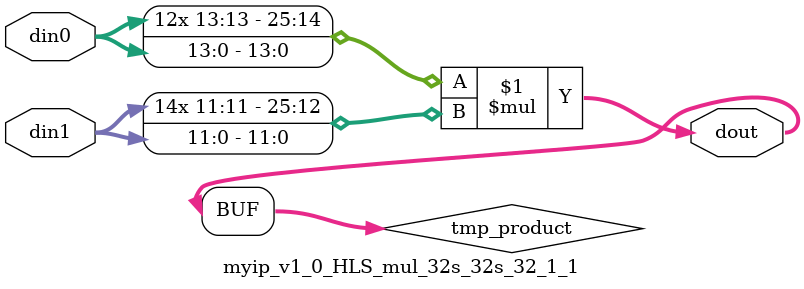
<source format=v>

`timescale 1 ns / 1 ps

  module myip_v1_0_HLS_mul_32s_32s_32_1_1(din0, din1, dout);
parameter ID = 1;
parameter NUM_STAGE = 0;
parameter din0_WIDTH = 14;
parameter din1_WIDTH = 12;
parameter dout_WIDTH = 26;

input [din0_WIDTH - 1 : 0] din0; 
input [din1_WIDTH - 1 : 0] din1; 
output [dout_WIDTH - 1 : 0] dout;

wire signed [dout_WIDTH - 1 : 0] tmp_product;













assign tmp_product = $signed(din0) * $signed(din1);








assign dout = tmp_product;







endmodule

</source>
